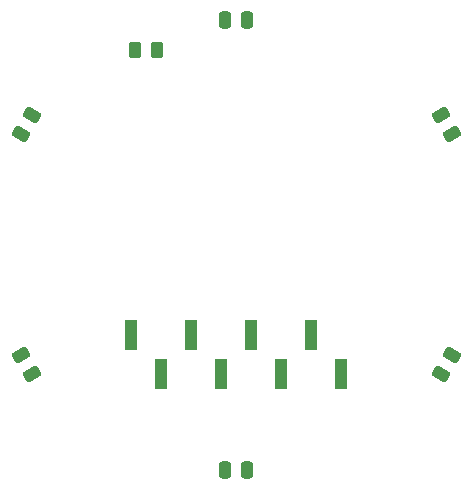
<source format=gbr>
%TF.GenerationSoftware,KiCad,Pcbnew,7.0.10*%
%TF.CreationDate,2024-02-12T11:39:43+01:00*%
%TF.ProjectId,EntangledHearts,456e7461-6e67-46c6-9564-486561727473,rev?*%
%TF.SameCoordinates,Original*%
%TF.FileFunction,Paste,Bot*%
%TF.FilePolarity,Positive*%
%FSLAX46Y46*%
G04 Gerber Fmt 4.6, Leading zero omitted, Abs format (unit mm)*
G04 Created by KiCad (PCBNEW 7.0.10) date 2024-02-12 11:39:43*
%MOMM*%
%LPD*%
G01*
G04 APERTURE LIST*
G04 Aperture macros list*
%AMRoundRect*
0 Rectangle with rounded corners*
0 $1 Rounding radius*
0 $2 $3 $4 $5 $6 $7 $8 $9 X,Y pos of 4 corners*
0 Add a 4 corners polygon primitive as box body*
4,1,4,$2,$3,$4,$5,$6,$7,$8,$9,$2,$3,0*
0 Add four circle primitives for the rounded corners*
1,1,$1+$1,$2,$3*
1,1,$1+$1,$4,$5*
1,1,$1+$1,$6,$7*
1,1,$1+$1,$8,$9*
0 Add four rect primitives between the rounded corners*
20,1,$1+$1,$2,$3,$4,$5,0*
20,1,$1+$1,$4,$5,$6,$7,0*
20,1,$1+$1,$6,$7,$8,$9,0*
20,1,$1+$1,$8,$9,$2,$3,0*%
G04 Aperture macros list end*
%ADD10RoundRect,0.250000X0.536362X0.020994X0.286362X0.454006X-0.536362X-0.020994X-0.286362X-0.454006X0*%
%ADD11RoundRect,0.250000X-0.250000X-0.475000X0.250000X-0.475000X0.250000X0.475000X-0.250000X0.475000X0*%
%ADD12RoundRect,0.250000X-0.262500X-0.450000X0.262500X-0.450000X0.262500X0.450000X-0.262500X0.450000X0*%
%ADD13R,1.000000X2.510000*%
%ADD14RoundRect,0.250000X0.286362X-0.454006X0.536362X-0.020994X-0.286362X0.454006X-0.536362X0.020994X0*%
%ADD15RoundRect,0.250000X0.250000X0.475000X-0.250000X0.475000X-0.250000X-0.475000X0.250000X-0.475000X0*%
%ADD16RoundRect,0.250000X-0.536362X-0.020994X-0.286362X-0.454006X0.536362X0.020994X0.286362X0.454006X0*%
%ADD17RoundRect,0.250000X-0.286362X0.454006X-0.536362X0.020994X0.286362X-0.454006X0.536362X-0.020994X0*%
G04 APERTURE END LIST*
D10*
%TO.C,C_NP2*%
X185895000Y-92262724D03*
X184945000Y-90617276D03*
%TD*%
D11*
%TO.C,C_NP4*%
X166690000Y-120650000D03*
X168590000Y-120650000D03*
%TD*%
D12*
%TO.C,R_NP1*%
X159107500Y-85090000D03*
X160932500Y-85090000D03*
%TD*%
D13*
%TO.C,MPU1*%
X176530000Y-112530000D03*
X173990000Y-109220000D03*
X171450000Y-112530000D03*
X168910000Y-109220000D03*
X166370000Y-112530000D03*
X163830000Y-109220000D03*
X161290000Y-112530000D03*
X158750000Y-109220000D03*
%TD*%
D14*
%TO.C,C_NP3*%
X184945000Y-112582724D03*
X185895000Y-110937276D03*
%TD*%
D15*
%TO.C,C_NP1*%
X168590000Y-82550000D03*
X166690000Y-82550000D03*
%TD*%
D16*
%TO.C,C_NP5*%
X149385000Y-110937276D03*
X150335000Y-112582724D03*
%TD*%
D17*
%TO.C,C_NP6*%
X150335000Y-90617276D03*
X149385000Y-92262724D03*
%TD*%
M02*

</source>
